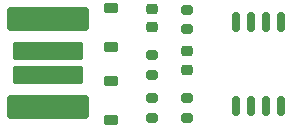
<source format=gbr>
%TF.GenerationSoftware,KiCad,Pcbnew,9.0.6*%
%TF.CreationDate,2025-12-25T20:01:47+05:30*%
%TF.ProjectId,USB,5553422e-6b69-4636-9164-5f7063625858,rev?*%
%TF.SameCoordinates,Original*%
%TF.FileFunction,Paste,Top*%
%TF.FilePolarity,Positive*%
%FSLAX46Y46*%
G04 Gerber Fmt 4.6, Leading zero omitted, Abs format (unit mm)*
G04 Created by KiCad (PCBNEW 9.0.6) date 2025-12-25 20:01:47*
%MOMM*%
%LPD*%
G01*
G04 APERTURE LIST*
G04 Aperture macros list*
%AMRoundRect*
0 Rectangle with rounded corners*
0 $1 Rounding radius*
0 $2 $3 $4 $5 $6 $7 $8 $9 X,Y pos of 4 corners*
0 Add a 4 corners polygon primitive as box body*
4,1,4,$2,$3,$4,$5,$6,$7,$8,$9,$2,$3,0*
0 Add four circle primitives for the rounded corners*
1,1,$1+$1,$2,$3*
1,1,$1+$1,$4,$5*
1,1,$1+$1,$6,$7*
1,1,$1+$1,$8,$9*
0 Add four rect primitives between the rounded corners*
20,1,$1+$1,$2,$3,$4,$5,0*
20,1,$1+$1,$4,$5,$6,$7,0*
20,1,$1+$1,$6,$7,$8,$9,0*
20,1,$1+$1,$8,$9,$2,$3,0*%
G04 Aperture macros list end*
%ADD10RoundRect,0.162500X0.162500X-0.650000X0.162500X0.650000X-0.162500X0.650000X-0.162500X-0.650000X0*%
%ADD11RoundRect,0.200000X0.275000X-0.200000X0.275000X0.200000X-0.275000X0.200000X-0.275000X-0.200000X0*%
%ADD12RoundRect,0.225000X0.375000X-0.225000X0.375000X0.225000X-0.375000X0.225000X-0.375000X-0.225000X0*%
%ADD13RoundRect,0.300000X-3.200000X-0.700000X3.200000X-0.700000X3.200000X0.700000X-3.200000X0.700000X0*%
%ADD14RoundRect,0.225000X-2.775000X-0.525000X2.775000X-0.525000X2.775000X0.525000X-2.775000X0.525000X0*%
%ADD15RoundRect,0.218750X0.256250X-0.218750X0.256250X0.218750X-0.256250X0.218750X-0.256250X-0.218750X0*%
%ADD16RoundRect,0.225000X0.250000X-0.225000X0.250000X0.225000X-0.250000X0.225000X-0.250000X-0.225000X0*%
G04 APERTURE END LIST*
D10*
%TO.C,U1*%
X116710000Y-97877500D03*
X117980000Y-97877500D03*
X119250000Y-97877500D03*
X120520000Y-97877500D03*
X120520000Y-90702500D03*
X119250000Y-90702500D03*
X117980000Y-90702500D03*
X116710000Y-90702500D03*
%TD*%
D11*
%TO.C,R3*%
X112615000Y-91340000D03*
X112615000Y-89690000D03*
%TD*%
D12*
%TO.C,D2*%
X106115000Y-92840000D03*
X106115000Y-89540000D03*
%TD*%
D13*
%TO.C,U2*%
X100840000Y-90440000D03*
D14*
X100840000Y-93190000D03*
X100840000Y-95190000D03*
D13*
X100840000Y-97940000D03*
%TD*%
D11*
%TO.C,R2*%
X109615000Y-98840000D03*
X109615000Y-97190000D03*
%TD*%
D15*
%TO.C,D1*%
X112615000Y-94765000D03*
X112615000Y-93190000D03*
%TD*%
D16*
%TO.C,C1*%
X109615000Y-91190000D03*
X109615000Y-89640000D03*
%TD*%
D11*
%TO.C,R4*%
X112615000Y-98840000D03*
X112615000Y-97190000D03*
%TD*%
D12*
%TO.C,D3*%
X106115000Y-98990000D03*
X106115000Y-95690000D03*
%TD*%
D11*
%TO.C,R1*%
X109615000Y-95190000D03*
X109615000Y-93540000D03*
%TD*%
M02*

</source>
